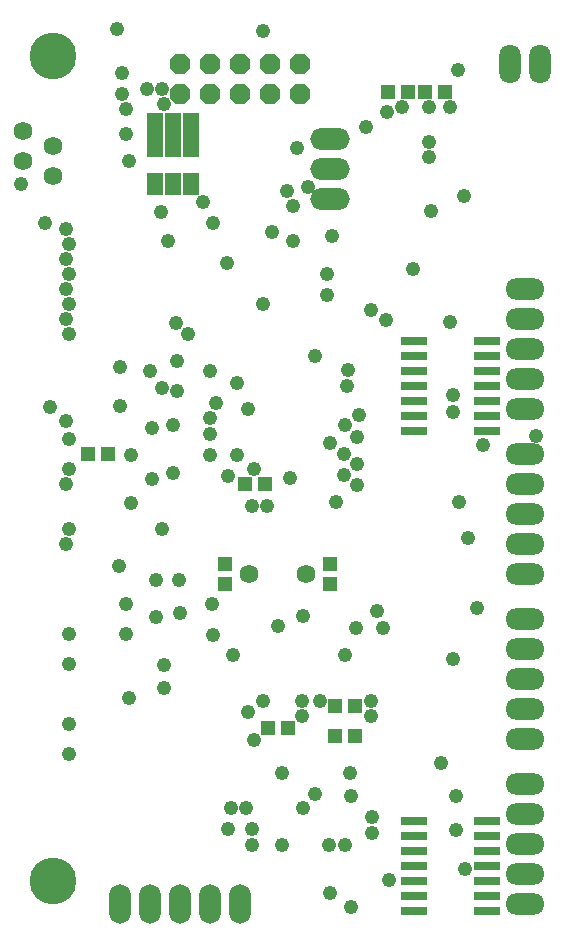
<source format=gbs>
G75*
G70*
%OFA0B0*%
%FSLAX24Y24*%
%IPPOS*%
%LPD*%
%AMOC8*
5,1,8,0,0,1.08239X$1,22.5*
%
%ADD10R,0.0852X0.0312*%
%ADD11R,0.0512X0.0472*%
%ADD12R,0.0472X0.0512*%
%ADD13C,0.0624*%
%ADD14C,0.1559*%
%ADD15O,0.1306X0.0712*%
%ADD16OC8,0.0672*%
%ADD17R,0.0552X0.0722*%
%ADD18O,0.0712X0.1306*%
%ADD19O,0.1320X0.0720*%
%ADD20O,0.0720X0.1320*%
%ADD21C,0.0480*%
D10*
X015463Y002252D03*
X015463Y002752D03*
X015463Y003252D03*
X015463Y003752D03*
X015463Y004252D03*
X015463Y004752D03*
X015463Y005252D03*
X017883Y005252D03*
X017883Y004752D03*
X017883Y004252D03*
X017883Y003752D03*
X017883Y003252D03*
X017883Y002752D03*
X017883Y002252D03*
X017883Y018252D03*
X017883Y018752D03*
X017883Y019252D03*
X017883Y019752D03*
X017883Y020252D03*
X017883Y020752D03*
X017883Y021252D03*
X015463Y021252D03*
X015463Y020752D03*
X015463Y020252D03*
X015463Y019752D03*
X015463Y019252D03*
X015463Y018752D03*
X015463Y018252D03*
D11*
X010508Y016502D03*
X009838Y016502D03*
X010588Y008352D03*
X011258Y008352D03*
X012838Y008102D03*
X013508Y008102D03*
X014588Y029552D03*
X015258Y029552D03*
X015838Y029552D03*
X016508Y029552D03*
D12*
X012673Y013836D03*
X012673Y013167D03*
X012838Y009102D03*
X013508Y009102D03*
X009173Y013167D03*
X009173Y013836D03*
X005258Y017502D03*
X004588Y017502D03*
D13*
X009973Y013502D03*
X011873Y013502D03*
X003423Y026752D03*
X003423Y027752D03*
X002423Y028252D03*
X002423Y027252D03*
D14*
X003423Y003252D03*
X003423Y030752D03*
D15*
X019173Y023002D03*
X019173Y022002D03*
X019173Y021002D03*
X019173Y020002D03*
X019173Y019002D03*
X019173Y017502D03*
X019173Y016502D03*
X019173Y015502D03*
X019173Y014502D03*
X019173Y013502D03*
X019173Y012002D03*
X019173Y011002D03*
X019173Y010002D03*
X019173Y009002D03*
X019173Y008002D03*
X019173Y006502D03*
X019173Y005502D03*
X019173Y004502D03*
X019173Y003502D03*
X019173Y002502D03*
D16*
X011673Y029502D03*
X011673Y030502D03*
X010673Y030502D03*
X010673Y029502D03*
X009673Y029502D03*
X009673Y030502D03*
X008673Y030502D03*
X008673Y029502D03*
X007673Y029502D03*
X007673Y030502D03*
D17*
X007423Y028502D03*
X006823Y028502D03*
X006823Y027752D03*
X007423Y027752D03*
X008023Y027752D03*
X008023Y028502D03*
X008023Y026502D03*
X007423Y026502D03*
X006823Y026502D03*
D18*
X018673Y030502D03*
X019673Y030502D03*
D19*
X012673Y028002D03*
X012673Y027002D03*
X012673Y026002D03*
D20*
X009673Y002502D03*
X008673Y002502D03*
X007673Y002502D03*
X006673Y002502D03*
X005673Y002502D03*
D21*
X003973Y007502D03*
X003973Y008502D03*
X003973Y010502D03*
X003973Y011502D03*
X005623Y013752D03*
X005873Y012502D03*
X005873Y011502D03*
X006873Y012052D03*
X007673Y012202D03*
X007623Y013302D03*
X006873Y013302D03*
X007073Y015002D03*
X006723Y016652D03*
X007423Y016852D03*
X007423Y018452D03*
X006723Y018352D03*
X006023Y017452D03*
X006023Y015852D03*
X003973Y015002D03*
X003873Y014502D03*
X003873Y016502D03*
X003973Y017002D03*
X003973Y018002D03*
X003873Y018602D03*
X003323Y019052D03*
X003973Y021502D03*
X003873Y022002D03*
X003973Y022502D03*
X003873Y023002D03*
X003973Y023502D03*
X003873Y024002D03*
X003973Y024502D03*
X003873Y025002D03*
X003173Y025202D03*
X002373Y026502D03*
X005723Y029502D03*
X005873Y029002D03*
X005873Y028152D03*
X005973Y027252D03*
X007023Y025552D03*
X007273Y024602D03*
X008423Y025902D03*
X008773Y025202D03*
X009223Y023852D03*
X010423Y022502D03*
X011423Y024602D03*
X010723Y024902D03*
X011423Y025752D03*
X011223Y026252D03*
X011923Y026402D03*
X011573Y027702D03*
X012723Y024752D03*
X012573Y023502D03*
X012573Y022802D03*
X012173Y020752D03*
X013273Y020302D03*
X013223Y019752D03*
X013623Y018802D03*
X013173Y018452D03*
X013573Y018052D03*
X013123Y017502D03*
X012673Y017852D03*
X013573Y017152D03*
X013123Y016802D03*
X013573Y016452D03*
X012873Y015902D03*
X011323Y016702D03*
X010573Y015752D03*
X010073Y015752D03*
X010123Y017002D03*
X009573Y017452D03*
X009273Y016752D03*
X008673Y017452D03*
X008673Y018152D03*
X008673Y018702D03*
X008873Y019202D03*
X009573Y019852D03*
X009923Y019002D03*
X008673Y020252D03*
X007573Y020602D03*
X007573Y019602D03*
X007073Y019702D03*
X006673Y020252D03*
X005673Y020402D03*
X005673Y019102D03*
X007523Y021852D03*
X007923Y021502D03*
X007123Y029152D03*
X007073Y029652D03*
X006573Y029652D03*
X005723Y030202D03*
X005573Y031652D03*
X010423Y031602D03*
X013873Y028402D03*
X014573Y028902D03*
X015073Y029052D03*
X015973Y029052D03*
X016673Y029052D03*
X015973Y027902D03*
X015973Y027402D03*
X017123Y026102D03*
X016023Y025602D03*
X015423Y023652D03*
X014523Y021952D03*
X014023Y022302D03*
X016673Y021902D03*
X016773Y019452D03*
X016773Y018902D03*
X017773Y017802D03*
X016973Y015902D03*
X017273Y014702D03*
X017573Y012352D03*
X016773Y010652D03*
X016373Y007202D03*
X016873Y006102D03*
X016873Y004952D03*
X017173Y003652D03*
X014623Y003302D03*
X014073Y004852D03*
X014073Y005402D03*
X013373Y006102D03*
X013323Y006852D03*
X012173Y006152D03*
X011773Y005702D03*
X011073Y004452D03*
X010073Y004452D03*
X010073Y005002D03*
X009873Y005702D03*
X009373Y005702D03*
X009273Y005002D03*
X011073Y006852D03*
X010123Y007952D03*
X009923Y008902D03*
X010423Y009252D03*
X009423Y010802D03*
X008773Y011452D03*
X008723Y012502D03*
X007123Y010452D03*
X007123Y009702D03*
X005973Y009352D03*
X010923Y011752D03*
X011773Y012102D03*
X013173Y010802D03*
X013523Y011702D03*
X014223Y012252D03*
X014423Y011702D03*
X014023Y009252D03*
X014023Y008752D03*
X012323Y009252D03*
X011723Y009252D03*
X011723Y008752D03*
X012623Y004452D03*
X013173Y004452D03*
X012673Y002852D03*
X013373Y002402D03*
X019523Y018102D03*
X016923Y030302D03*
M02*

</source>
